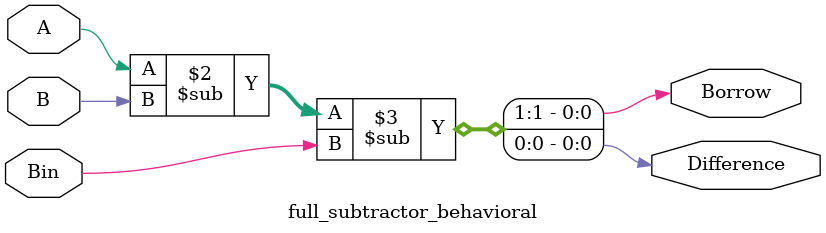
<source format=v>
module full_subtractor_behavioral(
    input A, B, Bin,
    output reg Difference, Borrow
);
always @ (A or B or Bin) begin
    {Borrow, Difference} = A - B - Bin;
end
endmodule

</source>
